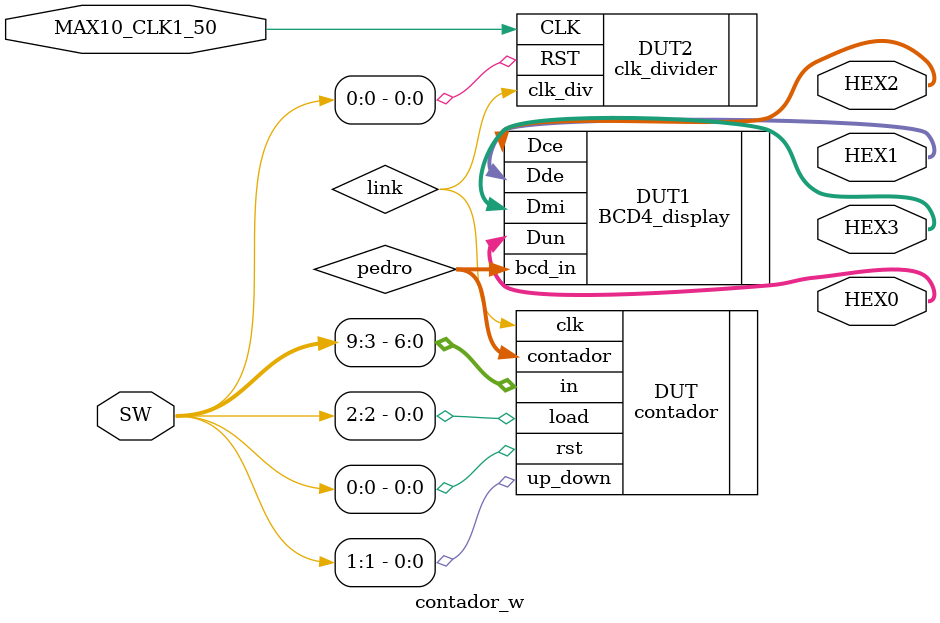
<source format=v>
module contador_w(
input [9:0]SW,
input MAX10_CLK1_50,
output [0:6] HEX0,HEX1,HEX2,HEX3
);
wire link;
wire [6:0] pedro;//0:6


contador DUT(
	.rst(SW[0]),
	.clk(link),
	.contador(pedro),
	.in(SW[9:3]),
	.up_down(SW[1]),
	.load(SW[2])
);

BCD4_display DUT1(
	.bcd_in(pedro),
	.Dun(HEX0),
	.Dde(HEX1),
	.Dce(HEX2),
	.Dmi(HEX3)
);

clk_divider DUT2(
	.RST(SW[0]),
	.CLK(MAX10_CLK1_50),
	.clk_div(link)
);

endmodule
</source>
